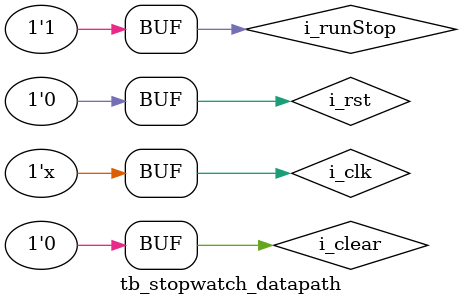
<source format=v>
`timescale 1ns / 10ps

module tb_stopwatch_datapath();

    reg i_clk;
    reg i_rst;
    reg i_runStop;
    reg i_clear;
    wire [6:0] msec_o;
    wire [6:0] sec_o;
    wire [6:0] min_o;
    wire [6:0] hour_o;

stopWatch_datapath dut(
    .i_clk(i_clk),
    .i_rst(i_rst),
    .i_runStop(i_runStop),
    .i_clear(i_clear),
    .msec_o(msec_o),
    .sec_o(sec_o),
    .min_o(min_o),
    .hour_o(hour_o)
);



    always #5 i_clk = ~i_clk; 

    initial begin
        #00 i_clk = 1'b0; i_rst = 1'b1; i_runStop = 1'b0; i_clear = 1'b0; 
        #10 i_rst = 1'b0; 
        #10 i_runStop = 1'b1; 
        /* 
        wait (sec_o == 4);
        @(posedge i_clk) i_runStop = 1'b0; 
        repeat (10) @(posedge i_clk); 
        i_runStop = 1'b1;
        wait (sec_o == 6); 
        i_clear = 1'b1;  */ 
    end

endmodule

</source>
